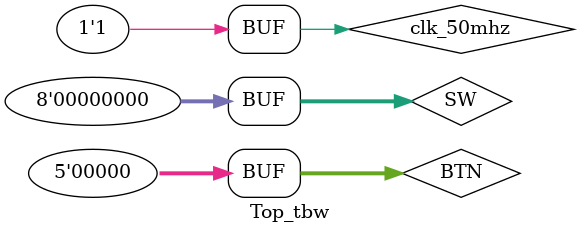
<source format=v>
`timescale 1ns / 1ps


module Top_tbw;

	// Inputs
	reg clk_50mhz;
	reg [4:0] BTN;
	reg [7:0] SW;

	// Outputs
	wire [7:0] LED;
	wire [7:0] SEGMENT;
	wire [3:0] AN_SEL;
	wire LCDRS;
	wire LCDRW;
	wire LCDE;
	wire [3:0] LCDDAT;

	// Instantiate the Unit Under Test (UUT)
	Top_Muliti_IOBUS uut (
		.clk_50mhz(clk_50mhz), 
		.BTN(BTN), 
		.SW(SW), 
		.LED(LED), 
		.SEGMENT(SEGMENT), 
		.AN_SEL(AN_SEL), 
		.LCDRS(LCDRS), 
		.LCDRW(LCDRW), 
		.LCDE(LCDE), 
		.LCDDAT(LCDDAT)
	);

	initial begin
		// Initialize Inputs
		clk_50mhz = 0;
		BTN = 0;
		SW = 0;

		// Wait 100 ns for global reset to finish
		#100;
        
		// Add stimulus here
		clk_50mhz = 1;
	end
	      
endmodule


</source>
